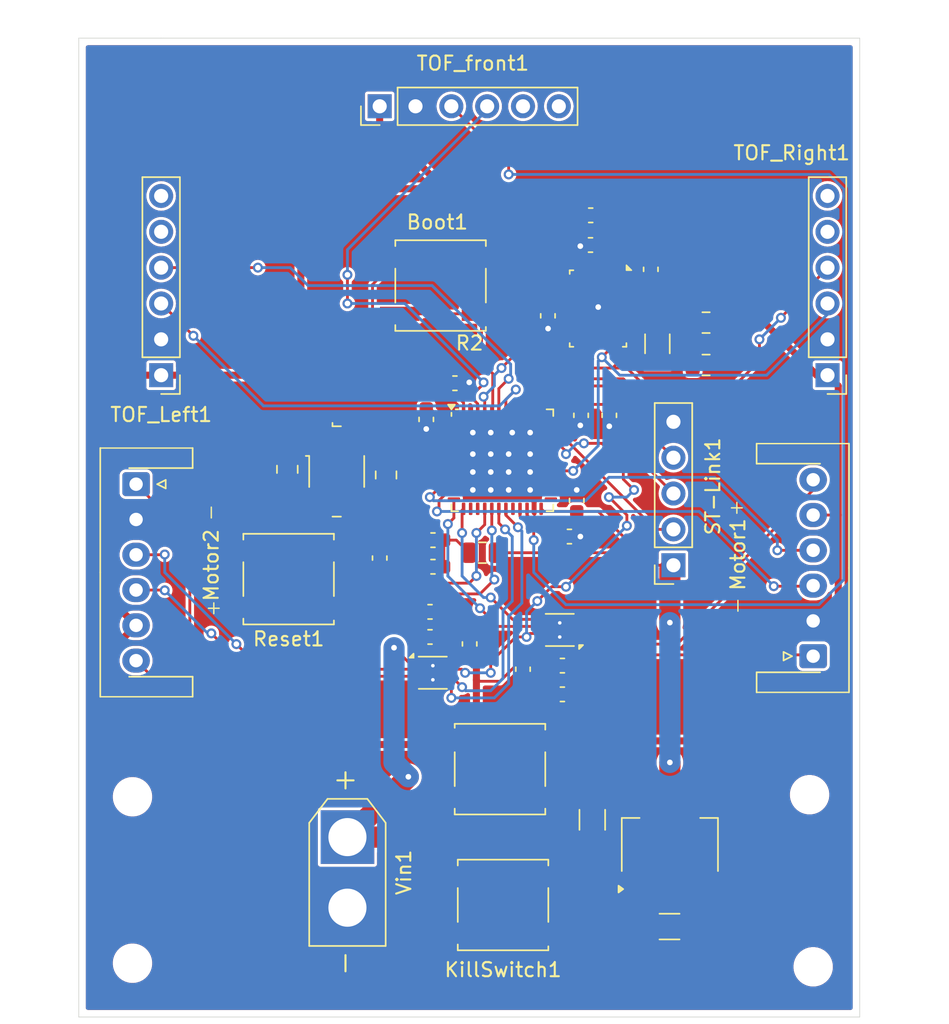
<source format=kicad_pcb>
(kicad_pcb (version 20240108) (generator "pcbnew") (generator_version "8.0")
  (layers (0 "F.Cu" signal) (31 "B.Cu" signal) (34 "B.Paste" user) (35 "F.Paste" user) (36 "B.SilkS" user "B.Silkscreen") (37 "F.SilkS" user "F.Silkscreen") (38 "B.Mask" user) (39 "F.Mask" user) (44 "Edge.Cuts" user))
  (net 0 "")
  (net 1 "+3.3V")
  (net 2 "Boot0")
  (net 3 "VDD")
  (net 4 "VDDA")
  (net 5 "Net-(U1-VCAP1)")
  (net 6 "/NRST")
  (net 7 "OSC_IN")
  (net 8 "Net-(C11-Pad1)")
  (net 9 "Net-(U2-XOUT32)")
  (net 10 "Net-(U2-XIN32)")
  (net 11 "Net-(U2-CAP)")
  (net 12 "Vcc")
  (net 13 "Net-(KillSwitch1-B)")
  (net 14 "Net-(Motor1-Pin_6)")
  (net 15 "Encoder1A")
  (net 16 "Net-(Motor1-Pin_1)")
  (net 17 "Encoder1B")
  (net 18 "Net-(Motor2-Pin_6)")
  (net 19 "Encoder2B")
  (net 20 "Net-(Motor2-Pin_1)")
  (net 21 "Encoder2A")
  (net 22 "Motor2A")
  (net 23 "Sleep_Motor_En")
  (net 24 "Motor2B")
  (net 25 "Motor1A")
  (net 26 "Motor1B")
  (net 27 "OSC_OUT")
  (net 28 "Net-(U2-~{BOOT_LOAD_PIN})")
  (net 29 "PB3")
  (net 30 "SWDIO")
  (net 31 "SCLK")
  (net 33 "SCL_front")
  (net 35 "SDA_front")
  (net 36 "SCL_Left")
  (net 39 "SDA_Left")
  (net 42 "BNO_SCL")
  (net 43 "BNO_SDA")
  (net 54 "BNO_ADD_Sel")
  (net 72 "GND")
  (footprint "MountingHole:MountingHole_2.2mm_M2" (layer "F.Cu") (at 166.878 116.332)
    (property "Reference" "H2" (hide yes))
    (property "Value" "MountingHole")
  )
  (footprint "Capacitor_SMD:C_0603_1608Metric" (layer "F.Cu") (at 155.366 66.9225 90)
    (property "Reference" "C14" (hide yes))
    (property "Value" "100nF")
  )
  (footprint "Connector_AMASS:AMASS_XT30U-F_1x02_P5.0mm_Vertical" (layer "F.Cu") (at 133.858 107.144 -90)
    (property "Reference" "Vin1")
    (property "Value" "Screw_Terminal_01x02")
  )
  (footprint "Package_SON:WSON-8-1EP_2x2mm_P0.5mm_EP0.9x1.6mm_ThermalVias" (layer "F.Cu") (at 148.91 92.468 180)
    (property "Reference" "Motor_Right1" (hide yes))
    (property "Value" "DRV8212P")
  )
  (footprint "Capacitor_SMD:C_0603_1608Metric" (layer "F.Cu") (at 142.52 93.459 -90)
    (property "Reference" "C21" (hide yes))
    (property "Value" "1uF")
  )
  (footprint "Connector_PinSocket_2.54mm:PinSocket_1x05_P2.54mm_Vertical" (layer "F.Cu") (at 156.972 87.884 180)
    (property "Reference" "ST-Link1")
    (property "Value" "Conn_01x05_Pin")
  )
  (footprint "Package_LGA:LGA-28_5.2x3.8mm_P0.5mm" (layer "F.Cu") (at 151.626 69.6975 -90)
    (property "Reference" "U2" (hide yes))
    (property "Value" "BNO055")
  )
  (footprint "Resistor_SMD:R_01005_0402Metric" (layer "F.Cu") (at 136.871 84.04 180)
    (property "Reference" "R3" (hide yes))
    (property "Value" "R_US")
  )
  (footprint "Connector_JST:JST_XH_S6B-XH-A-1_1x06_P2.50mm_Horizontal" (layer "F.Cu") (at 118.872 82.142 -90)
    (property "Reference" "Motor2")
    (property "Value" "Conn_01x06_Pin")
  )
  (footprint "Package_SON:WSON-8-1EP_2x2mm_P0.5mm_EP0.9x1.6mm_ThermalVias" (layer "F.Cu") (at 139.914 95.5)
    (property "Reference" "Motor_Left1" (hide yes))
    (property "Value" "DRV8212P")
  )
  (footprint "Connector_JST:JST_XH_S6B-XH-A-1_1x06_P2.50mm_Horizontal" (layer "F.Cu") (at 166.878 94.328 90)
    (property "Reference" "Motor1")
    (property "Value" "Conn_01x06_Pin")
  )
  (footprint "Capacitor_SMD:C_0603_1608Metric" (layer "F.Cu") (at 146.304 95.25 90)
    (property "Reference" "C20" (hide yes))
    (property "Value" "1uF")
  )
  (footprint "Connector_PinHeader_2.54mm:PinHeader_1x06_P2.54mm_Vertical" (layer "F.Cu") (at 120.65 74.422 180)
    (property "Reference" "TOF_Left1")
    (property "Value" "Conn_01x06_Socket")
  )
  (footprint "Resistor_SMD:R_01005_0402Metric" (layer "F.Cu") (at 142.515 73.152)
    (property "Reference" "R2")
    (property "Value" "R_US")
  )
  (footprint "Capacitor_SMD:C_0603_1608Metric" (layer "F.Cu") (at 152.422 77.265 -90)
    (property "Reference" "C6" (hide yes))
    (property "Value" "100nF")
  )
  (footprint "Capacitor_SMD:C_0805_2012Metric" (layer "F.Cu") (at 129.596 81.09 90)
    (property "Reference" "C10" (hide yes))
    (property "Value" "30pF")
  )
  (footprint "Capacitor_SMD:C_0603_1608Metric" (layer "F.Cu") (at 139.713 91.186)
    (property "Reference" "C23" (hide yes))
    (property "Value" "10uF")
  )
  (footprint "Capacitor_SMD:C_0805_2012Metric" (layer "F.Cu") (at 159.285 70.6975)
    (property "Reference" "C13" (hide yes))
    (property "Value" "22pF")
  )
  (footprint "Capacitor_SMD:C_0603_1608Metric" (layer "F.Cu") (at 150.422 77.265 -90)
    (property "Reference" "C2" (hide yes))
    (property "Value" "100nF")
  )
  (footprint "Package_DFN_QFN:QFN-48-1EP_7x7mm_P0.5mm_EP5.6x5.6mm" (layer "F.Cu") (at 144.842 80.45)
    (property "Reference" "U1" (hide yes))
    (property "Value" "STM32F411CEUx" (hide yes))
  )
  (footprint "Capacitor_SMD:C_0603_1608Metric" (layer "F.Cu") (at 148.07 70.2145 -90)
    (property "Reference" "C16" (hide yes))
    (property "Value" "1uF")
  )
  (footprint "Capacitor_SMD:C_0603_1608Metric" (layer "F.Cu") (at 139.922 87.99 180)
    (property "Reference" "C5" (hide yes))
    (property "Value" "1uF")
  )
  (footprint "Capacitor_SMD:C_0805_2012Metric" (layer "F.Cu") (at 143.422 86.998 180)
    (property "Reference" "FB1" (hide yes))
    (property "Value" "FerriteBead")
  )
  (footprint "Capacitor_SMD:C_0805_2012Metric" (layer "F.Cu") (at 136.596 81.49 90)
    (property "Reference" "C11" (hide yes))
    (property "Value" "30pF")
  )
  (footprint "Capacitor_SMD:C_0603_1608Metric" (layer "F.Cu") (at 139.446 77.555 -90)
    (property "Reference" "C4" (hide yes))
    (property "Value" "100nF")
  )
  (footprint "Button_Switch_SMD:SW_Push_1P1T_NO_CK_KSC6xxJ" (layer "F.Cu") (at 140.462 68.072)
    (property "Reference" "Boot1")
    (property "Value" "SW_Push")
  )
  (footprint "Capacitor_SMD:C_0805_2012Metric" (layer "F.Cu") (at 159.285 73.6975)
    (property "Reference" "C12" (hide yes))
    (property "Value" "22pF")
  )
  (footprint "Capacitor_SMD:C_0603_1608Metric" (layer "F.Cu") (at 136.144 87.376 90)
    (property "Reference" "C9" (hide yes))
    (property "Value" "0.1uF")
  )
  (footprint "Capacitor_SMD:C_0603_1608Metric" (layer "F.Cu") (at 149.098 94.996 180)
    (property "Reference" "C19" (hide yes))
    (property "Value" "10uF")
  )
  (footprint "Capacitor_SMD:C_1206_3216Metric" (layer "F.Cu") (at 151.218 105.918 -90)
    (property "Reference" "C25" (hide yes))
    (property "Value" "10uF")
  )
  (footprint "Connector_PinHeader_2.54mm:PinHeader_1x06_P2.54mm_Vertical" (layer "F.Cu") (at 167.894 74.422 180)
    (property "Reference" "TOF_Right1")
    (property "Value" "Conn_01x06_Socket")
  )
  (footprint "Connector_PinHeader_2.54mm:PinHeader_1x06_P2.54mm_Vertical" (layer "F.Cu") (at 136.144 55.372 90)
    (property "Reference" "TOF_front1")
    (property "Value" "Conn_01x06_Socket")
  )
  (footprint "Capacitor_SMD:C_0603_1608Metric" (layer "F.Cu") (at 141.478 74.99)
    (property "Reference" "C3" (hide yes))
    (property "Value" "100nF")
  )
  (footprint "Capacitor_SMD:C_1206_3216Metric" (layer "F.Cu") (at 156.693 113.482 180)
    (property "Reference" "C24" (hide yes))
    (property "Value" "10uF")
  )
  (footprint "MountingHole:MountingHole_2.2mm_M2" (layer "F.Cu") (at 118.618 104.286)
    (property "Reference" "H3" (hide yes))
    (property "Value" "MountingHole")
  )
  (footprint "Capacitor_SMD:C_0603_1608Metric" (layer "F.Cu") (at 149.596386 85.852)
    (property "Reference" "C8" (hide yes))
    (property "Value" "4.7uF")
  )
  (footprint "Capacitor_SMD:C_0603_1608Metric" (layer "F.Cu") (at 139.713 92.964 180)
    (property "Reference" "C22" (hide yes))
    (property "Value" "1uF")
  )
  (footprint "Capacitor_SMD:C_0603_1608Metric" (layer "F.Cu") (at 150.114 83.299 90)
    (property "Reference" "C1" (hide yes))
    (property "Value" "10uF")
  )
  (footprint "Capacitor_SMD:C_0603_1608Metric" (layer "F.Cu") (at 139.922 86.106 180)
    (property "Reference" "C7" (hide yes))
    (property "Value" "100nF")
  )
  (footprint "Capacitor_SMD:C_0603_1608Metric" (layer "F.Cu") (at 149.098 97.028)
    (property "Reference" "C18" (hide yes))
    (property "Value" "1uF")
  )
  (footprint "Crystal:Crystal_SMD_3215-2Pin_3.2x1.5mm" (layer "F.Cu") (at 155.835 72.1975 90)
    (property "Reference" "Y2" (hide yes))
    (property "Value" "32KHz")
  )
  (footprint "Package_TO_SOT_SMD:SOT-223-3_TabPin2" (layer "F.Cu") (at 156.718 107.696 90)
    (property "Reference" "U3" (hide yes))
    (property "Value" "AMS1117-3.3")
  )
  (footprint "Capacitor_SMD:C_0603_1608Metric" (layer "F.Cu") (at 151.091 65.1975)
    (property "Reference" "C15" (hide yes))
    (property "Value" "120nF")
  )
  (footprint "Capacitor_SMD:C_0603_1608Metric" (layer "F.Cu") (at 151.105 63.0935)
    (property "Reference" "C17" (hide yes))
    (property "Value" "6.8nF")
  )
  (footprint "Button_Switch_SMD:SW_Push_1P1T_NO_CK_KSC7xxJ" (layer "F.Cu") (at 144.674 102.33 180)
    (property "Reference" "Sensor_Switch1" (hide yes))
    (property "Value" "SW_SPST")
  )
  (footprint "MountingHole:MountingHole_2.2mm_M2" (layer "F.Cu") (at 166.624 104.14)
    (property "Reference" "H4" (hide yes))
    (property "Value" "MountingHole")
  )
  (footprint "Button_Switch_SMD:SW_Push_1P1T_NO_CK_KSC6xxJ" (layer "F.Cu") (at 129.688 88.868)
    (property "Reference" "Reset1")
    (property "Value" "SW_Push")
  )
  (footprint "Button_Switch_SMD:SW_Push_1P1T_NO_CK_KSC7xxJ" (layer "F.Cu") (at 144.89 111.952)
    (property "Reference" "KillSwitch1")
    (property "Value" "SW_SPST")
  )
  (footprint "MountingHole:MountingHole_2.2mm_M2" (layer "F.Cu") (at 118.618 116.078)
    (property "Reference" "H1" (hide yes))
    (property "Value" "MountingHole")
  )
  (footprint "Crystal:Crystal_SMD_0603-4Pin_6.0x3.5mm" (layer "F.Cu") (at 133.096 81.24 -90)
    (property "Reference" "Y1" (hide yes))
    (property "Value" "25Mhz")
  )
  (footprint "Resistor_SMD:R_01005_0402Metric" (layer "F.Cu") (at 148.578 65.9095 90)
    (property "Reference" "R4" (hide yes))
    (property "Value" "10k")
  )
  (gr_line (start 170.18 119.888) (end 114.808 119.888) (stroke (width 0.05)) (layer "Edge.Cuts"))
  (gr_line (start 170.18 50.546) (end 170.18 119.888) (stroke (width 0.05)) (layer "Edge.Cuts"))
  (gr_line (start 120.65 50.546) (end 170.18 50.546) (stroke (width 0.05)) (layer "Edge.Cuts"))
  (gr_line (start 114.808 50.546) (end 120.65 50.546) (stroke (width 0.05)) (layer "Edge.Cuts"))
  (gr_line (start 114.808 119.888) (end 114.808 50.546) (stroke (width 0.05)) (layer "Edge.Cuts"))
  (gr_text "+\n" (at 160.782 84.328 0) (layer "F.SilkS") (effects (font (size 1 1) (thickness 0.1)) (justify left bottom)))
  (gr_text "+\n" (at 123.698 91.44 0) (layer "F.SilkS") (effects (font (size 1 1) (thickness 0.1)) (justify left bottom)))
  (gr_text "-\n" (at 124.714 84.836 90) (layer "F.SilkS") (effects (font (size 1 1) (thickness 0.1)) (justify left bottom)))
  (gr_text "-\n" (at 162.052 91.44 90) (layer "F.SilkS") (effects (font (size 1 1) (thickness 0.1)) (justify left bottom)))
  (segment (start 151.866 63.1975) (end 151.866 65.1975) (width 0.2) (layer "F.Cu") (net 1))
  (segment (start 167.894 74.422) (end 168.656 75.184) (width 0.5) (layer "F.Cu") (net 1))
  (segment (start 141.774 100.33) (end 144.78 100.33) (width 0.5) (layer "F.Cu") (net 1))
  (segment (start 148.578 65.6595) (end 148.578 61.48) (width 0.2) (layer "F.Cu") (net 1))
  (segment (start 168.656 84.328) (end 168.656 97.028) (width 0.5) (layer "F.Cu") (net 1))
  (segment (start 116.332 89.602) (end 118.872 92.142) (width 0.5) (layer "F.Cu") (net 1))
  (segment (start 151.866 65.1975) (end 151.866 67.3) (width 0.2) (layer "F.Cu") (net 1))
  (segment (start 141.52 100.584) (end 119.38 100.584) (width 0.5) (layer "F.Cu") (net 1))
  (segment (start 116.332 76.454) (end 116.332 89.602) (width 0.5) (layer "F.Cu") (net 1))
  (segment (start 144.675 96.104) (end 143.094 96.104) (width 0.2) (layer "F.Cu") (net 1))
  (segment (start 140.864 94.75) (end 141.126 94.488) (width 0.2) (layer "F.Cu") (net 1))
  (segment (start 158.8575 66.1475) (end 167.132 74.422) (width 0.5) (layer "F.Cu") (net 1))
  (segment (start 167.132 74.422) (end 167.894 74.422) (width 0.5) (layer "F.Cu") (net 1))
  (segment (start 116.84 98.044) (end 116.84 94.174) (width 0.5) (layer "F.Cu") (net 1))
  (segment (start 130.556 70.612) (end 130.556 62.992) (width 0.5) (layer "F.Cu") (net 1))
  (segment (start 120.65 74.422) (end 126.746 74.422) (width 0.5) (layer "F.Cu") (net 1))
  (segment (start 142.266 94.488) (end 142.52 94.234) (width 0.2) (layer "F.Cu") (net 1))
  (segment (start 116.84 94.174) (end 118.872 92.142) (width 0.5) (layer "F.Cu") (net 1))
  (segment (start 155.366 66.1475) (end 158.8575 66.1475) (width 0.5) (layer "F.Cu") (net 1))
  (segment (start 130.556 62.992) (end 132.334 61.214) (width 0.5) (layer "F.Cu") (net 1))
  (segment (start 152.792 63.1975) (end 151.866 63.1975) (width 0.5) (layer "F.Cu") (net 1))
  (segment (start 118.364 74.422) (end 116.332 76.454) (width 0.5) (layer "F.Cu") (net 1))
  (segment (start 153.2885 67.9475) (end 153.853 67.9475) (width 0.2) (layer "F.Cu") (net 1))
  (segment (start 168.656 97.028) (end 165.354 100.33) (width 0.5) (layer "F.Cu") (net 1))
  (segment (start 136.144 56.642) (end 140.716 61.214) (width 0.5) (layer "F.Cu") (net 1))
  (segment (start 150.368 61.214) (end 151.88 62.726) (width 0.5) (layer "F.Cu") (net 1))
  (segment (start 145.629 100.243) (end 145.542 100.33) (width 0.2) (layer "F.Cu") (net 1))
  (segment (start 155.366 65.7715) (end 152.792 63.1975) (width 0.5) (layer "F.Cu") (net 1))
  (segment (start 143.002 99.102) (end 141.774 100.33) (width 0.5) (layer "F.Cu") (net 1))
  (segment (start 168.656 75.184) (end 168.656 84.328) (width 0.5) (layer "F.Cu") (net 1))
  (segment (start 153.853 67.9475) (end 155.366 66.4345) (width 0.2) (layer "F.Cu") (net 1))
  (segment (start 145.542 100.33) (end 147.574 100.33) (width 0.5) (layer "F.Cu") (net 1))
  (segment (start 155.366 66.4345) (end 155.366 66.1475) (width 0.2) (layer "F.Cu") (net 1))
  (segment (start 136.144 55.372) (end 136.144 56.642) (width 0.5) (layer "F.Cu") (net 1))
  (segment (start 144.78 100.33) (end 145.542 100.33) (width 0.5) (layer "F.Cu") (net 1))
  (segment (start 120.65 74.422) (end 118.364 74.422) (width 0.5) (layer "F.Cu") (net 1))
  (segment (start 166.878 84.328) (end 168.656 84.328) (width 0.2) (layer "F.Cu") (net 1))
  (segment (start 146.703 94.475) (end 147.96 93.218) (width 0.2) (layer "F.Cu") (net 1))
  (segment (start 143.094 96.104) (end 143.002 96.012) (width 0.2) (layer "F.Cu") (net 1))
  (segment (start 146.304 94.475) (end 146.703 94.475) (width 0.2) (layer "F.Cu") (net 1))
  (segment (start 141.774 100.33) (end 141.52 100.584) (width 0.5) (layer "F.Cu") (net 1))
  (segment (start 119.38 100.584) (end 116.84 98.044) (width 0.5) (layer "F.Cu") (net 1))
  (segment (start 143.002 96.012) (end 143.002 99.102) (width 0.5) (layer "F.Cu") (net 1))
  (segment (start 151.88 62.726) (end 151.88 63.0935) (width 0.5) (layer "F.Cu") (net 1))
  (segment (start 148.578 61.48) (end 148.844 61.214) (width 0.2) (layer "F.Cu") (net 1))
  (segment (start 143.002 94.716) (end 143.002 96.012) (width 0.5) (layer "F.Cu") (net 1))
  (segment (start 148.844 61.214) (end 150.368 61.214) (width 0.5) (layer "F.Cu") (net 1))
  (segment (start 165.354 100.33) (end 147.574 100.33) (width 0.5) (layer "F.Cu") (net 1))
  (segment (start 146.304 94.475) (end 144.675 96.104) (width 0.2) (layer "F.Cu") (net 1))
  (segment (start 126.746 74.422) (end 130.556 70.612) (width 0.5) (layer "F.Cu") (net 1))
  (segment (start 151.866 67.3) (end 151.876 67.31) (width 0.2) (layer "F.Cu") (net 1))
  (segment (start 141.126 94.488) (end 142.266 94.488) (width 0.2) (layer "F.Cu") (net 1))
  (segment (start 142.52 94.234) (end 143.002 94.716) (width 0.5) (layer "F.Cu") (net 1))
  (segment (start 132.334 61.214) (end 148.844 61.214) (width 0.5) (layer "F.Cu") (net 1))
  (segment (start 143.362 73.152) (end 143.362 70.072) (width 0.2) (layer "F.Cu") (net 2))
  (segment (start 144.16 76.9445) (end 144.16 74.31) (width 0.2) (layer "F.Cu") (net 2))
  (segment (start 142.765 73.152) (end 143.362 73.152) (width 0.2) (layer "F.Cu") (net 2))
  (segment (start 144.092 77.0125) (end 144.16 76.9445) (width 0.2) (layer "F.Cu") (net 2))
  (segment (start 137.562 70.072) (end 143.362 70.072) (width 0.2) (layer "F.Cu") (net 2))
  (segment (start 143.362 73.512) (end 143.362 73.152) (width 0.2) (layer "F.Cu") (net 2))
  (segment (start 144.16 74.31) (end 143.362 73.512) (width 0.2) (layer "F.Cu") (net 2))
  (segment (start 142.092 77.0125) (end 142.092 76.379) (width 0.2) (layer "F.Cu") (net 3))
  (segment (start 156.718 104.546) (end 156.718 101.854) (width 1.5) (layer "F.Cu") (net 3))
  (segment (start 140.632 77.7) (end 141.4045 77.7) (width 0.2) (layer "F.Cu") (net 3))
  (segment (start 151.218 104.443) (end 147.687 104.443) (width 1.5) (layer "F.Cu") (net 3))
  (segment (start 144.372 86.998) (end 154.556 86.998) (width 0.2) (layer "F.Cu") (net 3))
  (segment (start 156.718 104.546) (end 151.321 104.546) (width 1.5) (layer "F.Cu") (net 3))
  (segment (start 147.574 104.33) (end 141.774 104.33) (width 1.5) (layer "F.Cu") (net 3))
  (segment (start 149.212 77.7) (end 150.422 76.49) (width 0.2) (layer "F.Cu") (net 3))
  (segment (start 156.718 88.138) (end 156.972 87.884) (width 1.5) (layer "F.Cu") (net 3))
  (segment (start 150.114 84.074) (end 147.7785 84.074) (width 0.2) (layer "F.Cu") (net 3))
  (segment (start 147.687 104.443) (end 147.574 104.33) (width 1.5) (layer "F.Cu") (net 3))
  (segment (start 155.448 87.884) (end 156.972 87.884) (width 0.2) (layer "F.Cu") (net 3))
  (segment (start 151.638 84.074) (end 150.114 84.074) (width 0.2) (layer "F.Cu") (net 3))
  (segment (start 151.638 84.074) (end 153.289 85.725) (width 0.2) (layer "F.Cu") (net 3))
  (segment (start 151.321 104.546) (end 151.218 104.443) (width 1.5) (layer "F.Cu") (net 3))
  (segment (start 156.718 91.948) (end 156.718 88.138) (width 1.5) (layer "F.Cu") (net 3))
  (segment (start 139.712 76.78) (end 140.632 77.7) (width 0.2) (layer "F.Cu") (net 3))
  (segment (start 143.362 66.072) (end 137.562 66.072) (width 0.2) (layer "F.Cu") (net 3))
  (segment (start 135.636 72.136) (end 135.636 67.998) (width 0.2) (layer "F.Cu") (net 3))
  (segment (start 153.289 85.725) (end 155.448 87.884) (width 0.2) (layer "F.Cu") (net 3))
  (segment (start 156.718 101.854) (end 156.718 102.108) (width 1.5) (layer "F.Cu") (net 3))
  (segment (start 152.422 76.49) (end 150.422 76.49) (width 0.2) (layer "F.Cu") (net 3))
  (segment (start 156.718 104.546) (end 156.718 110.846) (width 1.5) (layer "F.Cu") (net 3))
  (segment (start 148.2795 77.7) (end 149.212 77.7) (width 0.2) (layer "F.Cu") (net 3))
  (segment (start 142.092 76.379) (end 140.703 74.99) (width 0.2) (layer "F.Cu") (net 3))
  (segment (start 147.7785 84.074) (end 147.592 83.8875) (width 0.2) (layer "F.Cu") (net 3))
  (segment (start 141.4045 77.7) (end 142.092 77.0125) (width 0.2) (layer "F.Cu") (net 3))
  (segment (start 138.49 74.99) (end 135.636 72.136) (width 0.2) (layer "F.Cu") (net 3))
  (segment (start 154.556 86.998) (end 154.559 86.995) (width 0.2) (layer "F.Cu") (net 3))
  (segment (start 140.703 74.99) (end 138.49 74.99) (width 0.2) (layer "F.Cu") (net 3))
  (segment (start 135.636 67.998) (end 137.562 66.072) (width 0.2) (layer "F.Cu") (net 3))
  (via (at 156.718 101.854) (size 0.7) (drill 0.4) (layers "F.Cu" "B.Cu") (net 3))
  (via (at 156.718 91.948) (size 0.7) (drill 0.4) (layers "F.Cu" "B.Cu") (net 3))
  (segment (start 156.718 101.854) (end 156.718 91.948) (width 1.5) (layer "B.Cu") (net 3))
  (segment (start 141.4045 81.7) (end 140.138761 81.7) (width 0.2) (layer "F.Cu") (net 4))
  (segment (start 140.138761 81.7) (end 138.938 82.900761) (width 0.2) (layer "F.Cu") (net 4))
  (segment (start 141.58 86.106) (end 142.472 86.998) (width 0.2) (layer "F.Cu") (net 4))
  (segment (start 140.697 85.99) (end 140.697 87.99) (width 0.2) (layer "F.Cu") (net 4))
  (segment (start 138.938 84.347) (end 140.697 86.106) (width 0.2) (layer "F.Cu") (net 4))
  (segment (start 138.938 82.900761) (end 138.938 84.347) (width 0.2) (layer "F.Cu") (net 4))
  (segment (start 140.697 86.106) (end 140.697 85.99) (width 0.2) (layer "F.Cu") (net 4))
  (segment (start 140.697 86.106) (end 141.58 86.106) (width 0.2) (layer "F.Cu") (net 4))
  (segment (start 148.59 85.852) (end 148.844 85.852) (width 0.2) (layer "F.Cu") (net 5))
  (segment (start 148.844 85.852) (end 148.821386 85.852) (width 0.2) (layer "F.Cu") (net 5))
  (segment (start 146.592 83.8875) (end 146.592 84.339385) (width 0.2) (layer "F.Cu") (net 5))
  (segment (start 146.592 84.339385) (end 148.104615 85.852) (width 0.2) (layer "F.Cu") (net 5))
  (segment (start 148.104615 85.852) (end 148.821386 85.852) (width 0.2) (layer "F.Cu") (net 5))
  (segment (start 138.43 82.368) (end 140.098 80.7) (width 0.2) (layer "F.Cu") (net 6))
  (segment (start 137.668 85.744) (end 138.43 84.982) (width 0.2) (layer "F.Cu") (net 6))
  (segment (start 132.588 90.868) (end 126.788 90.868) (width 0.2) (layer "F.Cu") (net 6))
  (segment (start 140.098 80.7) (end 141.4045 80.7) (width 0.2) (layer "F.Cu") (net 6))
  (segment (start 135.305 88.151) (end 136.144 88.151) (width 0.2) (layer "F.Cu") (net 6))
  (segment (start 136.144 88.151) (end 137.668 86.627) (width 0.2) (layer "F.Cu") (net 6))
  (segment (start 132.588 90.868) (end 135.305 88.151) (width 0.2) (layer "F.Cu") (net 6))
  (segment (start 137.668 86.627) (end 137.668 85.744) (width 0.2) (layer "F.Cu") (net 6))
  (segment (start 138.43 84.982) (end 138.43 82.368) (width 0.2) (layer "F.Cu") (net 6))
  (segment (start 137.866 79.7) (end 141.4045 79.7) (width 0.2) (layer "F.Cu") (net 7))
  (segment (start 131.896 79.04) (end 130.696 79.04) (width 0.2) (layer "F.Cu") (net 7))
  (segment (start 133.396 77.54) (end 135.706 77.54) (width 0.2) (layer "F.Cu") (net 7))
  (segment (start 130.696 79.04) (end 129.596 80.14) (width 0.2) (layer "F.Cu") (net 7))
  (segment (start 131.896 79.04) (end 133.396 77.54) (width 0.2) (layer "F.Cu") (net 7))
  (segment (start 135.706 77.54) (end 137.866 79.7) (width 0.2) (layer "F.Cu") (net 7))
  (segment (start 131.396 78.54) (end 131.896 79.04) (width 0.2) (layer "F.Cu") (net 7))
  (segment (start 136.621 84.04) (end 134.896 84.04) (width 0.2) (layer "F.Cu") (net 8))
  (segment (start 135.596 83.44) (end 136.596 82.44) (width 0.2) (layer "F.Cu") (net 8))
  (segment (start 134.896 84.04) (end 134.296 83.44) (width 0.2) (layer "F.Cu") (net 8))
  (segment (start 134.296 83.44) (end 135.596 83.44) (width 0.2) (layer "F.Cu") (net 8))
  (segment (start 136.996 82.04) (end 136.596 82.44) (width 0.2) (layer "F.Cu") (net 8))
  (segment (start 154.335 69.4295) (end 153.853 68.9475) (width 0.2) (layer "F.Cu") (net 9))
  (segment (start 154.335 71.9475) (end 154.335 69.4295) (width 0.2) (layer "F.Cu") (net 9))
  (segment (start 154.335 71.9475) (end 155.835 73.4475) (width 0.2) (layer "F.Cu") (net 9))
  (segment (start 153.2885 68.9475) (end 153.853 68.9475) (width 0.2) (layer "F.Cu") (net 9))
  (segment (start 157.577 73.1935) (end 157.827 73.4435) (width 0.2) (layer "F.Cu") (net 9))
  (segment (start 155.327 73.1935) (end 157.577 73.1935) (width 0.2) (layer "F.Cu") (net 9))
  (segment (start 158.085 70.9475) (end 158.335 70.6975) (width 0.2) (layer "F.Cu") (net 10))
  (segment (start 153.2885 68.4475) (end 154.2345 68.4475) (width 0.2) (layer "F.Cu") (net 10))
  (segment (start 154.2345 68.4475) (end 155.835 70.048) (width 0.2) (layer "F.Cu") (net 10))
  (segment (start 155.835 70.048) (end 155.835 70.9475) (width 0.2) (layer "F.Cu") (net 10))
  (segment (start 155.835 70.9475) (end 158.085 70.9475) (width 0.2) (layer "F.Cu") (net 10))
  (segment (start 155.2035 70.9475) (end 155.835 70.9475) (width 0.2) (layer "F.Cu") (net 10))
  (segment (start 149.9635 68.9475) (end 148.562 68.9475) (width 0.2) (layer "F.Cu") (net 11))
  (segment (start 148.562 68.9475) (end 148.07 69.4395) (width 0.2) (layer "F.Cu") (net 11))
  (segment (start 138.964 92.99) (end 138.938 92.964) (width 0.2) (layer "F.Cu") (net 12))
  (segment (start 149.873 94.996) (end 149.873 97.028) (width 0.2) (layer "F.Cu") (net 12))
  (segment (start 149.873 93.231) (end 149.86 93.218) (width 0.2) (layer "F.Cu") (net 12))
  (segment (start 133.858 107.144) (end 133.902 107.144) (width 1.5) (layer "F.Cu") (net 12))
  (segment (start 133.902 107.144) (end 138.176 102.87) (width 1.5) (layer "F.Cu") (net 12))
  (segment (start 141.99 109.952) (end 141.99 108.052) (width 1.5) (layer "F.Cu") (net 12))
  (segment (start 141.082 107.144) (end 133.858 107.144) (width 1.5) (layer "F.Cu") (net 12))
  (segment (start 138.964 94.75) (end 138.964 92.99) (width 0.2) (layer "F.Cu") (net 12))
  (segment (start 138.184 94.75) (end 137.16 93.726) (width 0.2) (layer "F.Cu") (net 12))
  (segment (start 149.873 94.996) (end 149.873 93.231) (width 0.2) (layer "F.Cu") (net 12))
  (segment (start 141.99 108.052) (end 141.082 107.144) (width 1.5) (layer "F.Cu") (net 12))
  (segment (start 138.938 91.186) (end 138.938 92.964) (width 0.2) (layer "F.Cu") (net 12))
  (segment (start 138.964 94.75) (end 138.184 94.75) (width 0.2) (layer "F.Cu") (net 12))
  (segment (start 147.79 109.952) (end 141.99 109.952) (width 1.5) (layer "F.Cu") (net 12))
  (via (at 138.176 102.87) (size 0.7) (drill 0.4) (layers "F.Cu" "B.Cu") (net 12))
  (via (at 137.16 93.726) (size 0.7) (drill 0.4) (layers "F.Cu" "B.Cu") (net 12))
  (segment (start 138.176 102.87) (end 137.16 101.854) (width 1.5) (layer "B.Cu") (net 12))
  (segment (start 137.16 101.854) (end 137.16 93.726) (width 1.5) (layer "B.Cu") (net 12))
  (segment (start 159.018 110.846) (end 159.018 112.632) (width 1.5) (layer "F.Cu") (net 13))
  (segment (start 159.018 112.632) (end 158.168 113.482) (width 1.5) (layer "F.Cu") (net 13))
  (segment (start 141.99 113.952) (end 147.79 113.952) (width 1.5) (layer "F.Cu") (net 13))
  (segment (start 156.08 115.57) (end 149.408 115.57) (width 1.5) (layer "F.Cu") (net 13))
  (segment (start 149.408 115.57) (end 147.79 113.952) (width 1.5) (layer "F.Cu") (net 13))
  (segment (start 158.168 113.482) (end 156.08 115.57) (width 1.5) (layer "F.Cu") (net 13))
  (segment (start 160.528 90.17) (end 160.528 88.9) (width 0.2) (layer "F.Cu") (net 14))
  (segment (start 166.878 82.55) (end 166.878 81.828) (width 0.2) (layer "F.Cu") (net 14))
  (segment (start 157.226 93.472) (end 160.528 90.17) (width 0.2) (layer "F.Cu") (net 14))
  (segment (start 151.444072 93.472) (end 157.226 93.472) (width 0.2) (layer "F.Cu") (net 14))
  (segment (start 149.86 92.218) (end 150.190072 92.218) (width 0.2) (layer "F.Cu") (net 14))
  (segment (start 160.528 88.9) (end 166.878 82.55) (width 0.2) (layer "F.Cu") (net 14))
  (segment (start 150.190072 92.218) (end 151.444072 93.472) (width 0.2) (layer "F.Cu") (net 14))
  (segment (start 140.558 82.2) (end 139.7 83.058) (width 0.2) (layer "F.Cu") (net 15))
  (segment (start 166.878 86.828) (end 164.338 86.828) (width 0.2) (layer "F.Cu") (net 15))
  (segment (start 141.4045 82.2) (end 140.558 82.2) (width 0.2) (layer "F.Cu") (net 15))
  (via (at 164.338 86.828) (size 0.7) (drill 0.4) (layers "F.Cu" "B.Cu") (net 15))
  (via (at 139.7 83.058) (size 0.7) (drill 0.4) (layers "F.Cu" "B.Cu") (net 15))
  (segment (start 152.4 81.654) (end 150.742 83.312) (width 0.2) (layer "B.Cu") (net 15))
  (segment (start 164.338 86.828) (end 164.338 86.106) (width 0.2) (layer "B.Cu") (net 15))
  (segment (start 150.742 83.312) (end 139.954 83.312) (width 0.2) (layer "B.Cu") (net 15))
  (segment (start 139.954 83.312) (end 139.7 83.058) (width 0.2) (layer "B.Cu") (net 15))
  (segment (start 164.338 86.106) (end 159.886 81.654) (width 0.2) (layer "B.Cu") (net 15))
  (segment (start 159.886 81.654) (end 152.4 81.654) (width 0.2) (layer "B.Cu") (net 15))
  (segment (start 150.124386 92.718) (end 149.86 92.718) (width 0.2) (layer "F.Cu") (net 16))
  (segment (start 166.784 94.234) (end 151.640386 94.234) (width 0.2) (layer "F.Cu") (net 16))
  (segment (start 166.878 94.328) (end 166.784 94.234) (width 0.2) (layer "F.Cu") (net 16))
  (segment (start 151.640386 94.234) (end 150.124386 92.718) (width 0.2) (layer "F.Cu") (net 16))
  (segment (start 141.4045 82.7) (end 140.952614 82.7) (width 0.2) (layer "F.Cu") (net 17))
  (segment (start 164.084 89.368) (end 164.124 89.328) (width 0.2) (layer "F.Cu") (net 17))
  (segment (start 166.838 89.368) (end 164.084 89.368) (width 0.2) (layer "F.Cu") (net 17))
  (segment (start 166.878 89.328) (end 166.838 89.368) (width 0.2) (layer "F.Cu") (net 17))
  (segment (start 140.35 83.932) (end 140.208 84.074) (width 0.2) (layer "F.Cu") (net 17))
  (segment (start 140.35 83.302614) (end 140.35 83.932) (width 0.2) (layer "F.Cu") (net 17))
  (segment (start 140.952614 82.7) (end 140.35 83.302614) (width 0.2) (layer "F.Cu") (net 17))
  (via (at 140.208 84.074) (size 0.7) (drill 0.4) (layers "F.Cu" "B.Cu") (net 17))
  (via (at 164.084 89.368) (size 0.7) (drill 0.4) (layers "F.Cu" "B.Cu") (net 17))
  (segment (start 164.084 89.368) (end 158.79 84.074) (width 0.2) (layer "B.Cu") (net 17))
  (segment (start 158.79 84.074) (end 140.208 84.074) (width 0.2) (layer "B.Cu") (net 17))
  (segment (start 119.98 95.75) (end 138.964 95.75) (width 0.2) (layer "F.Cu") (net 18))
  (segment (start 118.872 94.642) (end 119.98 95.75) (width 0.2) (layer "F.Cu") (net 18))
  (segment (start 138.938 89.916) (end 143.256 89.916) (width 0.2) (layer "F.Cu") (net 19))
  (segment (start 134.112 94.742) (end 138.938 89.916) (width 0.2) (layer "F.Cu") (net 19))
  (segment (start 126.238 94.742) (end 134.112 94.742) (width 0.2) (layer "F.Cu") (net 19))
  (segment (start 118.872 89.642) (end 120.63 89.642) (width 0.2) (layer "F.Cu") (net 19))
  (segment (start 143.256 89.916) (end 144.272 88.9) (width 0.2) (layer "F.Cu") (net 19))
  (segment (start 144.094624 85.420152) (end 144.092 85.417528) (width 0.2) (layer "F.Cu") (net 19))
  (segment (start 124.206 92.71) (end 124.079 92.583) (width 0.2) (layer "F.Cu") (net 19))
  (segment (start 144.092 85.417528) (end 144.092 83.8875) (width 0.2) (layer "F.Cu") (net 19))
  (segment (start 120.63 89.642) (end 120.904 89.662) (width 0.2) (layer "F.Cu") (net 19))
  (segment (start 120.904 89.662) (end 120.65 89.662) (width 0.2) (layer "F.Cu") (net 19))
  (segment (start 124.206 92.71) (end 126.238 94.742) (width 0.2) (layer "F.Cu") (net 19))
  (via (at 144.094624 85.420152) (size 0.7) (drill 0.4) (layers "F.Cu" "B.Cu") (net 19))
  (via (at 120.904 89.662) (size 0.7) (drill 0.4) (layers "F.Cu" "B.Cu") (net 19))
  (via (at 144.272 88.9) (size 0.7) (drill 0.4) (layers "F.Cu" "B.Cu") (net 19))
  (via (at 124.206 92.71) (size 0.7) (drill 0.4) (layers "F.Cu" "B.Cu") (net 19))
  (segment (start 144.094624 88.722624) (end 144.272 88.9) (width 0.2) (layer "B.Cu") (net 19))
  (segment (start 123.952 92.71) (end 124.206 92.71) (width 0.2) (layer "B.Cu") (net 19))
  (segment (start 120.904 89.662) (end 123.952 92.71) (width 0.2) (layer "B.Cu") (net 19))
  (segment (start 144.094624 85.420152) (end 144.094624 88.722624) (width 0.2) (layer "B.Cu") (net 19))
  (segment (start 124.968 95.25) (end 138.964 95.25) (width 0.2) (layer "F.Cu") (net 20))
  (segment (start 122.682 92.964) (end 124.968 95.25) (width 0.2) (layer "F.Cu") (net 20))
  (segment (start 122.682 85.952) (end 122.682 92.964) (width 0.2) (layer "F.Cu") (net 20))
  (segment (start 118.872 82.142) (end 122.682 85.952) (width 0.2) (layer "F.Cu") (net 20))
  (segment (start 125.984 93.472) (end 126.746 94.234) (width 0.2) (layer "F.Cu") (net 21))
  (segment (start 143.592 85.008) (end 143.002 85.598) (width 0.2) (layer "F.Cu") (net 21))
  (segment (start 143.592 84.5) (end 143.592 85.008) (width 0.2) (layer "F.Cu") (net 21))
  (segment (start 118.872 87.142) (end 120.63 87.142) (width 0.2) (layer "F.Cu") (net 21))
  (segment (start 126.746 94.234) (end 133.458 94.234) (width 0.2) (layer "F.Cu") (net 21))
  (segment (start 120.904 87.122) (end 120.65 87.122) (width 0.2) (layer "F.Cu") (net 21))
  (segment (start 143.592 83.8875) (end 143.592 84.5) (width 0.2) (layer "F.Cu") (net 21))
  (segment (start 133.458 94.234) (end 138.538 89.154) (width 0.2) (layer "F.Cu") (net 21))
  (segment (start 138.538 89.154) (end 142.494 89.154) (width 0.2) (layer "F.Cu") (net 21))
  (segment (start 120.63 87.142) (end 120.904 87.122) (width 0.2) (layer "F.Cu") (net 21))
  (segment (start 142.494 89.154) (end 143.002 88.646) (width 0.2) (layer "F.Cu") (net 21))
  (via (at 120.904 87.122) (size 0.7) (drill 0.4) (layers "F.Cu" "B.Cu") (net 21))
  (via (at 143.002 88.646) (size 0.7) (drill 0.4) (layers "F.Cu" "B.Cu") (net 21))
  (via (at 125.984 93.472) (size 0.7) (drill 0.4) (layers "F.Cu" "B.Cu") (net 21))
  (via (at 143.002 85.598) (size 0.7) (drill 0.4) (layers "F.Cu" "B.Cu") (net 21))
  (segment (start 143.002 85.598) (end 143.002 88.392) (width 0.2) (layer "B.Cu") (net 21))
  (segment (start 142.748 85.598) (end 143.002 85.598) (width 0.2) (layer "B.Cu") (net 21))
  (segment (start 120.904 88.392) (end 125.984 93.472) (width 0.2) (layer "B.Cu") (net 21))
  (segment (start 120.904 87.122) (end 120.904 88.392) (width 0.2) (layer "B.Cu") (net 21))
  (segment (start 141.986 96.52) (end 141.216 95.75) (width 0.2) (layer "F.Cu") (net 22))
  (segment (start 144.592 83.8875) (end 144.592 84.902) (width 0.2) (layer "F.Cu") (net 22))
  (segment (start 144.592 84.902) (end 145.034 85.344) (width 0.2) (layer "F.Cu") (net 22))
  (segment (start 141.216 95.75) (end 140.864 95.75) (width 0.2) (layer "F.Cu") (net 22))
  (via (at 145.034 85.344) (size 0.7) (drill 0.4) (layers "F.Cu" "B.Cu") (net 22))
  (via (at 141.986 96.52) (size 0.7) (drill 0.4) (layers "F.Cu" "B.Cu") (net 22))
  (segment (start 142.24 96.774) (end 141.986 96.52) (width 0.2) (layer "B.Cu") (net 22))
  (segment (start 145.542 90.424) (end 144.888 91.078) (width 0.2) (layer "B.Cu") (net 22))
  (segment (start 144.888 95.904) (end 144.018 96.774) (width 0.2) (layer "B.Cu") (net 22))
  (segment (start 144.888 91.078) (end 144.888 95.904) (width 0.2) (layer "B.Cu") (net 22))
  (segment (start 145.034 85.344) (end 145.542 85.852) (width 0.2) (layer "B.Cu") (net 22))
  (segment (start 144.018 96.774) (end 142.24 96.774) (width 0.2) (layer "B.Cu") (net 22))
  (segment (start 145.542 85.852) (end 145.542 90.424) (width 0.2) (layer "B.Cu") (net 22))
  (segment (start 148.2795 79.2) (end 148.731386 79.2) (width 0.2) (layer "F.Cu") (net 23))
  (segment (start 153.67 85.09) (end 153.67 84.836) (width 0.2) (layer "F.Cu") (net 23))
  (segment (start 151.892 79.248) (end 153.416 80.772) (width 0.2) (layer "F.Cu") (net 23))
  (segment (start 153.67 84.328) (end 153.67 85.09) (width 0.2) (layer "F.Cu") (net 23))
  (segment (start 146.558 92.964) (end 146.804 92.718) (width 0.2) (layer "F.Cu") (net 23))
  (segment (start 144.018 95.504) (end 144.018 94.742) (width 0.2) (layer "F.Cu") (net 23))
  (segment (start 145.796 92.964) (end 146.558 92.964) (width 0.2) (layer "F.Cu") (net 23))
  (segment (start 149.352 89.408) (end 148.336 89.408) (width 0.2) (layer "F.Cu") (net 23))
  (segment (start 141.948 95.25) (end 142.202 95.504) (width 0.2) (layer "F.Cu") (net 23))
  (segment (start 147.32 90.424) (end 147.447 90.297) (width 0.2) (layer "F.Cu") (net 23))
  (segment (start 148.336 89.408) (end 147.32 90.424) (width 0.2) (layer "F.Cu") (net 23))
  (segment (start 153.416 81.788) (end 154.178 82.55) (width 0.2) (layer "F.Cu") (net 23))
  (segment (start 152.4 83.058) (end 153.67 84.328) (width 0.2) (layer "F.Cu") (net 23))
  (segment (start 150.622 79.248) (end 151.892 79.248) (width 0.2) (layer "F.Cu") (net 23))
  (segment (start 148.731386 79.2) (end 149.352 79.820614) (width 0.2) (layer "F.Cu") (net 23))
  (segment (start 144.018 94.742) (end 145.796 92.964) (width 0.2) (layer "F.Cu") (net 23))
  (segment (start 146.804 92.718) (end 147.96 92.718) (width 0.2) (layer "F.Cu") (net 23))
  (segment (start 149.352 79.820614) (end 149.352 80.01) (width 0.2) (layer "F.Cu") (net 23))
  (segment (start 140.864 95.25) (end 141.948 95.25) (width 0.2) (layer "F.Cu") (net 23))
  (segment (start 153.416 80.772) (end 153.416 81.788) (width 0.2) (layer "F.Cu") (net 23))
  (via (at 150.622 79.248) (size 0.7) (drill 0.4) (layers "F.Cu" "B.Cu") (net 23))
  (via (at 153.67 85.09) (size 0.7) (drill 0.4) (layers "F.Cu" "B.Cu") (net 23))
  (via (at 149.352 80.01) (size 0.7) (drill 0.4) (layers "F.Cu" "B.Cu") (net 23))
  (via (at 154.178 82.55) (size 0.7) (drill 0.4) (layers "F.Cu" "B.Cu") (net 23))
  (via (at 147.32 90.424) (size 0.7) (drill 0.4) (layers "F.Cu" "B.Cu") (net 23))
  (via (at 144.018 95.504) (size 0.7) (drill 0.4) (layers "F.Cu" "B.Cu") (net 23))
  (via (at 142.202 95.504) (size 0.7) (drill 0.4) (layers "F.Cu" "B.Cu") (net 23))
  (via (at 149.352 89.408) (size 0.7) (drill 0.4) (layers "F.Cu" "B.Cu") (net 23))
  (via (at 146.558 92.964) (size 0.7) (drill 0.4) (layers "F.Cu" "B.Cu") (net 23))
  (via (at 152.4 83.058) (size 0.7) (drill 0.4) (layers "F.Cu" "B.Cu") (net 23))
  (segment (start 150.114 79.248) (end 150.622 79.248) (width 0.2) (layer "B.Cu") (net 23))
  (segment (start 147.32 90.424) (end 146.558 91.186) (width 0.2) (layer "B.Cu") (net 23))
  (segment (start 146.558 91.186) (end 146.558 92.964) (width 0.2) (layer "B.Cu") (net 23))
  (segment (start 154.178 82.55) (end 153.67 83.058) (width 0.2) (layer "B.Cu") (net 23))
  (segment (start 153.67 83.058) (end 152.4 83.058) (width 0.2) (layer "B.Cu") (net 23))
  (segment (start 153.67 85.09) (end 149.352 89.408) (width 0.2) (layer "B.Cu") (net 23))
  (segment (start 149.352 80.01) (end 150.114 79.248) (width 0.2) (layer "B.Cu") (net 23))
  (segment (start 144.018 95.504) (end 142.202 95.504) (width 0.2) (layer "B.Cu") (net 23))
  (segment (start 145.946307 85.193693) (end 145.092 84.339386) (width 0.2) (layer "F.Cu") (net 24))
  (segment (start 141.224 96.61) (end 140.864 96.25) (width 0.2) (layer "F.Cu") (net 24))
  (segment (start 145.842614 85.09) (end 145.842614 85.09) (width 0.2) (layer "F.Cu") (net 24))
  (segment (start 145.092 84.339386) (end 145.092 83.8875) (width 0.2) (layer "F.Cu") (net 24))
  (segment (start 141.224 97.282) (end 141.224 96.61) (width 0.2) (layer "F.Cu") (net 24))
  (via (at 141.224 97.282) (size 0.7) (drill 0.4) (layers "F.Cu" "B.Cu") (net 24))
  (via (at 145.946307 85.193693) (size 0.7) (drill 0.4) (layers "F.Cu" "B.Cu") (net 24))
  (segment (start 144.272 97.282) (end 141.224 97.282) (width 0.2) (layer "B.Cu") (net 24))
  (segment (start 146.22538 85.472766) (end 146.22538 90.561381) (width 0.2) (layer "B.Cu") (net 24))
  (segment (start 145.946307 85.193693) (end 146.22538 85.472766) (width 0.2) (layer "B.Cu") (net 24))
  (segment (start 145.288 96.266) (end 144.272 97.282) (width 0.2) (layer "B.Cu") (net 24))
  (segment (start 145.288 91.498761) (end 145.288 96.266) (width 0.2) (layer "B.Cu") (net 24))
  (segment (start 146.22538 90.561381) (end 145.288 91.498761) (width 0.2) (layer "B.Cu") (net 24))
  (segment (start 141.986 83.9935) (end 141.986 85.598) (width 0.2) (layer "F.Cu") (net 25))
  (segment (start 142.092 83.8875) (end 141.986 83.9935) (width 0.2) (layer "F.Cu") (net 25))
  (segment (start 147.96 91.718) (end 145.566 91.718) (width 0.2) (layer "F.Cu") (net 25))
  (segment (start 141.986 85.598) (end 142.092 85.598) (width 0.2) (layer "F.Cu") (net 25))
  (segment (start 145.566 91.718) (end 144.018 90.17) (width 0.2) (layer "F.Cu") (net 25))
  (via (at 144.018 90.17) (size 0.7) (drill 0.4) (layers "F.Cu" "B.Cu") (net 25))
  (via (at 141.986 85.598) (size 0.7) (drill 0.4) (layers "F.Cu" "B.Cu") (net 25))
  (segment (start 144.018 90.17) (end 143.51 90.17) (width 0.2) (layer "B.Cu") (net 25))
  (segment (start 141.986 88.646) (end 141.986 85.598) (width 0.2) (layer "B.Cu") (net 25))
  (segment (start 143.51 90.17) (end 141.986 88.646) (width 0.2) (layer "B.Cu") (net 25))
  (segment (start 141.4045 84.539051) (end 141.4045 83.2) (width 0.2) (layer "F.Cu") (net 26))
  (segment (start 144.542 92.218) (end 143.256 90.932) (width 0.2) (layer "F.Cu") (net 26))
  (segment (start 147.96 92.218) (end 144.542 92.218) (width 0.2) (layer "F.Cu") (net 26))
  (segment (start 140.977538 84.966013) (end 141.4045 84.539051) (width 0.2) (layer "F.Cu") (net 26))
  (via (at 140.977538 84.966013) (size 0.7) (drill 0.4) (layers "F.Cu" "B.Cu") (net 26))
  (via (at 143.256 90.932) (size 0.7) (drill 0.4) (layers "F.Cu" "B.Cu") (net 26))
  (segment (start 140.977538 88.653538) (end 140.977538 84.966013) (width 0.2) (layer "B.Cu") (net 26))
  (segment (start 143.256 90.932) (end 140.977538 88.653538) (width 0.2) (layer "B.Cu") (net 26))
  (segment (start 137.121 84.04) (end 137.922 83.239) (width 0.2) (layer "F.Cu") (net 27))
  (segment (start 137.922 83.239) (end 137.922 82.042) (width 0.2) (layer "F.Cu") (net 27))
  (segment (start 137.922 82.042) (end 139.764 80.2) (width 0.2) (layer "F.Cu") (net 27))
  (segment (start 139.764 80.2) (end 141.4045 80.2) (width 0.2) (layer "F.Cu") (net 27))
  (segment (start 151.376 66.7455) (end 150.79 66.1595) (width 0.2) (layer "F.Cu") (net 28))
  (segment (start 150.79 66.1595) (end 148.578 66.1595) (width 0.2) (layer "F.Cu") (net 28))
  (segment (start 151.376 67.31) (end 151.376 66.7455) (width 0.2) (layer "F.Cu") (net 28))
  (segment (start 146.877614 76.275) (end 146.592 76.560614) (width 0.2) (layer "F.Cu") (net 29))
  (segment (start 147.499 76.275) (end 146.877614 76.275) (width 0.2) (layer "F.Cu") (net 29))
  (segment (start 155.194 78.486) (end 155.194 76.454) (width 0.2) (layer "F.Cu") (net 29))
  (segment (start 153.416 74.676) (end 149.098 74.676) (width 0.2) (layer "F.Cu") (net 29))
  (segment (start 155.194 76.454) (end 153.416 74.676) (width 0.2) (layer "F.Cu") (net 29))
  (segment (start 149.098 74.676) (end 147.499 76.275) (width 0.2) (layer "F.Cu") (net 29))
  (segment (start 146.592 76.560614) (end 146.592 77.0125) (width 0.2) (layer "F.Cu") (net 29))
  (segment (start 156.972 80.264) (end 155.194 78.486) (width 0.2) (layer "F.Cu") (net 29))
  (segment (start 149.058 78.7) (end 155.702 85.344) (width 0.2) (layer "F.Cu") (net 30))
  (segment (start 148.2795 78.7) (end 149.058 78.7) (width 0.2) (layer "F.Cu") (net 30))
  (segment (start 155.702 85.344) (end 156.972 85.344) (width 0.2) (layer "F.Cu") (net 30))
  (segment (start 154.178 76.454) (end 152.908 75.184) (width 0.2) (layer "F.Cu") (net 31))
  (segment (start 152.908 75.184) (end 149.4205 75.184) (width 0.2) (layer "F.Cu") (net 31))
  (segment (start 156.972 82.804) (end 154.178 80.01) (width 0.2) (layer "F.Cu") (net 31))
  (segment (start 149.4205 75.184) (end 147.592 77.0125) (width 0.2) (layer "F.Cu") (net 31))
  (segment (start 147.592 77.0125) (end 147.592 76.944) (width 0.2) (layer "F.Cu") (net 31))
  (segment (start 154.178 80.01) (end 154.178 76.454) (width 0.2) (layer "F.Cu") (net 31))
  (segment (start 147.066 86.106) (end 147.066 85.379071) (width 0.2) (layer "F.Cu") (net 33))
  (segment (start 141.224 55.372) (end 145.288 59.436) (width 0.2) (layer "F.Cu") (net 33))
  (segment (start 145.288 59.436) (end 145.288 60.198) (width 0.2) (layer "F.Cu") (net 33))
  (segment (start 147.066 85.379071) (end 146.092 84.405071) (width 0.2) (layer "F.Cu") (net 33))
  (segment (start 146.092 84.405071) (end 146.092 83.8875) (width 0.2) (layer "F.Cu") (net 33))
  (via (at 147.066 86.106) (size 0.7) (drill 0.4) (layers "F.Cu" "B.Cu") (net 33))
  (via (at 145.288 60.198) (size 0.7) (drill 0.4) (layers "F.Cu" "B.Cu") (net 33))
  (segment (start 147.066 86.106) (end 147.066 88.392) (width 0.2) (layer "B.Cu") (net 33))
  (segment (start 169.044 88.913346) (end 169.044 61.245654) (width 0.2) (layer "B.Cu") (net 33))
  (segment (start 149.352 90.678) (end 167.279346 90.678) (width 0.2) (layer "B.Cu") (net 33))
  (segment (start 169.044 61.245654) (end 167.996346 60.198) (width 0.2) (layer "B.Cu") (net 33))
  (segment (start 167.279346 90.678) (end 169.044 88.913346) (width 0.2) (layer "B.Cu") (net 33))
  (segment (start 147.066 88.392) (end 149.352 90.678) (width 0.2) (layer "B.Cu") (net 33))
  (segment (start 167.996346 60.198) (end 145.288 60.198) (width 0.2) (layer "B.Cu") (net 33))
  (segment (start 143.51 75.026761) (end 143.51 74.93) (width 0.2) (layer "F.Cu") (net 35))
  (segment (start 143.092 76.447239) (end 142.86 76.215239) (width 0.2) (layer "F.Cu") (net 35))
  (segment (start 142.86 76.215239) (end 142.86 75.676761) (width 0.2) (layer "F.Cu") (net 35))
  (segment (start 143.092 77.0125) (end 143.092 76.447239) (width 0.2) (layer "F.Cu") (net 35))
  (segment (start 133.858 69.342) (end 133.858 67.31) (width 0.2) (layer "F.Cu") (net 35))
  (segment (start 142.86 75.676761) (end 143.51 75.026761) (width 0.2) (layer "F.Cu") (net 35))
  (via (at 133.858 69.342) (size 0.7) (drill 0.4) (layers "F.Cu" "B.Cu") (net 35))
  (via (at 143.51 74.93) (size 0.7) (drill 0.4) (layers "F.Cu" "B.Cu") (net 35))
  (via (at 133.858 67.31) (size 0.7) (drill 0.4) (layers "F.Cu" "B.Cu") (net 35))
  (segment (start 143.764 55.626) (end 143.764 55.372) (width 0.2) (layer "B.Cu") (net 35))
  (segment (start 133.858 67.31) (end 133.858 65.532) (width 0.2) (layer "B.Cu") (net 35))
  (segment (start 143.51 74.93) (end 137.922 69.342) (width 0.2) (layer "B.Cu") (net 35))
  (segment (start 133.858 65.532) (end 143.764 55.626) (width 0.2) (layer "B.Cu") (net 35))
  (segment (start 137.922 69.342) (end 133.858 69.342) (width 0.2) (layer "B.Cu") (net 35))
  (segment (start 145.092 77.0125) (end 145.092 76.142) (width 0.2) (layer "F.Cu") (net 36))
  (segment (start 145.092 76.142) (end 145.796 75.438) (width 0.2) (layer "F.Cu") (net 36))
  (segment (start 120.65 69.342) (end 122.936 71.628) (width 0.2) (layer "F.Cu") (net 36))
  (via (at 145.796 75.438) (size 0.7) (drill 0.4) (layers "F.Cu" "B.Cu") (net 36))
  (via (at 122.936 71.628) (size 0.7) (drill 0.4) (layers "F.Cu" "B.Cu") (net 36))
  (segment (start 127.904 76.596) (end 144.638 76.596) (width 0.2) (layer "B.Cu") (net 36))
  (segment (start 144.638 76.596) (end 145.796 75.438) (width 0.2) (layer "B.Cu") (net 36))
  (segment (start 122.936 71.628) (end 127.904 76.596) (width 0.2) (layer "B.Cu") (net 36))
  (segment (start 120.65 66.802) (end 127.508 66.802) (width 0.2) (layer "F.Cu") (net 39))
  (segment (start 144.592 77.0125) (end 144.592 75.372) (width 0.2) (layer "F.Cu") (net 39))
  (segment (start 144.592 75.372) (end 145.288 74.676) (width 0.2) (layer "F.Cu") (net 39))
  (via (at 127.508 66.802) (size 0.7) (drill 0.4) (layers "F.Cu" "B.Cu") (net 39))
  (via (at 145.288 74.676) (size 0.7) (drill 0.4) (layers "F.Cu" "B.Cu") (net 39))
  (segment (start 127.508 66.802) (end 129.794 66.802) (width 0.2) (layer "B.Cu") (net 39))
  (segment (start 139.857239 68.072) (end 145.43 73.644761) (width 0.2) (layer "B.Cu") (net 39))
  (segment (start 145.43 73.644761) (end 145.43 74.534) (width 0.2) (layer "B.Cu") (net 39))
  (segment (start 129.794 66.802) (end 131.064 68.072) (width 0.2) (layer "B.Cu") (net 39))
  (segment (start 131.064 68.072) (end 139.857239 68.072) (width 0.2) (layer "B.Cu") (net 39))
  (segment (start 120.65 66.802) (end 120.904 67.056) (width 0.2) (layer "B.Cu") (net 39))
  (segment (start 145.43 74.534) (end 145.288 74.676) (width 0.2) (layer "B.Cu") (net 39))
  (segment (start 149.86 81.2) (end 148.2795 81.2) (width 0.2) (layer "F.Cu") (net 42))
  (segment (start 151.892 73.152) (end 151.995657 73.001657) (width 0.2) (layer "F.Cu") (net 42))
  (segment (start 152.376 72.085) (end 152.376 72.668) (width 0.2) (layer "F.Cu") (net 42))
  (segment (start 152.376 72.668) (end 151.892 73.152) (width 0.2) (layer "F.Cu") (net 42))
  (via (at 149.86 81.2) (size 0.7) (drill 0.4) (layers "F.Cu" "B.Cu") (net 42))
  (via (at 151.892 73.152) (size 0.7) (drill 0.4) (layers "F.Cu" "B.Cu") (net 42))
  (segment (start 153.162 74.422) (end 151.892 73.152) (width 0.2) (layer "B.Cu") (net 42))
  (segment (start 163.576 74.422) (end 153.162 74.422) (width 0.2) (layer "B.Cu") (net 42))
  (segment (start 151.892 73.152) (end 151.638 73.406) (width 0.2) (layer "B.Cu") (net 42))
  (segment (start 151.638 79.422) (end 149.86 81.2) (width 0.2) (layer "B.Cu") (net 42))
  (segment (start 167.894 70.104) (end 163.576 74.422) (width 0.2) (layer "B.Cu") (net 42))
  (segment (start 167.894 69.342) (end 167.894 70.104) (width 0.2) (layer "B.Cu") (net 42))
  (segment (start 151.638 73.406) (end 151.638 79.422) (width 0.2) (layer "B.Cu") (net 42))
  (segment (start 152.654 73.914) (end 153.289 73.279) (width 0.2) (layer "F.Cu") (net 43))
  (segment (start 153.289 73.279) (end 153.416 73.152) (width 0.2) (layer "F.Cu") (net 43))
  (segment (start 164.592 70.358) (end 164.592 70.104) (width 0.2) (layer "F.Cu") (net 43))
  (segment (start 148.366629 73.914) (end 148.472442 73.914) (width 0.2) (layer "F.Cu") (net 43))
  (segment (start 153.416 73.152) (end 153.416 72.075) (width 0.2) (layer "F.Cu") (net 43))
  (segment (start 163.068 73.406) (end 161.036 75.438) (width 0.2) (layer "F.Cu") (net 43))
  (segment (start 161.036 75.438) (end 155.194 75.438) (width 0.2) (layer "F.Cu") (net 43))
  (segment (start 148.472442 73.914) (end 152.654 73.914) (width 0.2) (layer "F.Cu") (net 43))
  (segment (start 153.416 72.075) (end 153.2885 71.9475) (width 0.2) (layer "F.Cu") (net 43))
  (segment (start 146.833993 75.416007) (end 146.864622 75.416007) (width 0.2) (layer "F.Cu") (net 43))
  (segment (start 147.131927 73.73449) (end 147.216781 73.649637) (width 0.2) (layer "F.Cu") (net 43))
  (segment (start 163.068 71.882) (end 163.068 73.406) (width 0.2) (layer "F.Cu") (net 43))
  (segment (start 146.092 77.0125) (end 146.092 76.158) (width 0.2) (layer "F.Cu") (net 43))
  (segment (start 155.194 75.438) (end 153.67 73.914) (width 0.2) (layer "F.Cu") (net 43))
  (segment (start 148.348152 73.932478) (end 148.366629 73.914) (width 0.2) (layer "F.Cu") (net 43))
  (segment (start 167.894 66.802) (end 164.592 70.358) (width 0.2) (layer "F.Cu") (net 43))
  (segment (start 148.263299 74.017334) (end 148.348152 73.932478) (width 0.2) (layer "F.Cu") (net 43))
  (segment (start 146.092 76.158) (end 146.833993 75.416007) (width 0.2) (layer "F.Cu") (net 43))
  (segment (start 147.499623 74.441595) (end 147.131928 74.0739) (width 0.2) (layer "F.Cu") (net 43))
  (segment (start 146.864622 75.416007) (end 147.499622 74.781007) (width 0.2) (layer "F.Cu") (net 43))
  (segment (start 147.556193 73.649637) (end 147.923889 74.017333) (width 0.2) (layer "F.Cu") (net 43))
  (segment (start 153.67 73.914) (end 152.654 73.914) (width 0.2) (layer "F.Cu") (net 43))
  (via (at 164.592 70.358) (size 0.7) (drill 0.4) (layers "F.Cu" "B.Cu") (net 43))
  (via (at 163.068 71.882) (size 0.7) (drill 0.4) (layers "F.Cu" "B.Cu") (net 43))
  (arc (start 147.499622 74.781007) (mid 147.569917 74.611301) (end 147.499623 74.441595) (width 0.2) (layer "F.Cu") (net 43))
  (arc (start 147.131928 74.0739) (mid 147.061634 73.904194) (end 147.131927 73.73449) (width 0.2) (layer "F.Cu") (net 43))
  (arc (start 147.216781 73.649637) (mid 147.386486 73.579343) (end 147.556193 73.649637) (width 0.2) (layer "F.Cu") (net 43))
  (arc (start 147.923889 74.017333) (mid 148.093594 74.087628) (end 148.263299 74.017334) (width 0.2) (layer "F.Cu") (net 43))
  (segment (start 164.592 70.358) (end 163.068 71.882) (width 0.2) (layer "B.Cu") (net 43))
  (segment (start 163.068 71.882) (end 163.322 71.628) (width 0.2) (layer "B.Cu") (net 43))
  (segment (start 151.1275 72.898) (end 151.376 72.6495) (width 0.2) (layer "F.Cu") (net 54))
  (segment (start 143.592 77.0125) (end 143.592 76.028) (width 0.2) (layer "F.Cu") (net 54))
  (segment (start 151.376 72.6495) (end 151.376 72.085) (width 0.2) (layer "F.Cu") (net 54))
  (segment (start 143.592 76.028) (end 143.51 75.946) (width 0.2) (layer "F.Cu") (net 54))
  (segment (start 144.78 73.914) (end 145.796 72.898) (width 0.2) (layer "F.Cu") (net 54))
  (segment (start 145.796 72.898) (end 151.1275 72.898) (width 0.2) (layer "F.Cu") (net 54))
  (via (at 143.51 75.946) (size 0.7) (drill 0.4) (layers "F.Cu" "B.Cu") (net 54))
  (via (at 144.78 73.914) (size 0.7) (drill 0.4) (layers "F.Cu" "B.Cu") (net 54))
  (segment (start 144.272 74.422) (end 144.272 75.184) (width 0.2) (layer "B.Cu") (net 54))
  (segment (start 144.272 75.184) (end 143.51 75.946) (width 0.2) (layer "B.Cu") (net 54))
  (segment (start 144.78 73.914) (end 144.272 74.422) (width 0.2) (layer "B.Cu") (net 54))
  (segment (start 147.098 78.2) (end 148.2795 78.2) (width 0.2) (layer "F.Cu") (net 72))
  (segment (start 148.91 92.968) (end 148.91 91.968) (width 0.2) (layer "F.Cu") (net 72))
  (segment (start 146.812 78.486) (end 147.098 78.2) (width 0.2) (layer "F.Cu") (net 72))
  (segment (start 148.2005 71.12) (end 149.028 71.9475) (width 0.2) (layer "F.Cu") (net 72))
  (segment (start 150.876 68.834) (end 151.638 69.596) (width 0.2) (layer "F.Cu") (net 72))
  (segment (start 146.812 82.55) (end 147.092 82.83) (width 0.2) (layer "F.Cu") (net 72))
  (segment (start 148.07 70.9895) (end 148.082 71.0015) (width 0.2) (layer "F.Cu") (net 72))
  (segment (start 142.494 75.012) (end 142.472 74.99) (width 0.2) (layer "F.Cu") (net 72))
  (segment (start 142.592 77.0125) (end 142.592 78.33) (width 0.2) (layer "F.Cu") (net 72))
  (segment (start 147.092 82.83) (end 147.092 83.8875) (width 0.2) (layer "F.Cu") (net 72))
  (segment (start 142.592 75.11) (end 142.472 74.99) (width 0.2) (layer "F.Cu") (net 72))
  (segment (start 153.2885 69.4475) (end 151.7865 69.4475) (width 0.2) (layer "F.Cu") (net 72))
  (segment (start 142.265 73.152) (end 142.265 74.783) (width 0.2) (layer "F.Cu") (net 72))
  (segment (start 142.748 81.28) (end 142.668 81.2) (width 0.2) (layer "F.Cu") (net 72))
  (segment (start 152.376 67.31) (end 152.376 68.858) (width 0.2) (layer "F.Cu") (net 72))
  (segment (start 150.368 77.978) (end 150.484 77.978) (width 0.2) (layer "F.Cu") (net 72))
  (segment (start 150.876 71.5205) (end 151.0225 71.374) (width 0.2) (layer "F.Cu") (net 72))
  (segment (start 148.082 71.12) (end 148.2005 71.12) (width 0.2) (layer "F.Cu") (net 72))
  (segment (start 150.7385 71.9475) (end 150.876 72.085) (width 0.2) (layer "F.Cu") (net 72))
  (segment (start 150.876 67.31) (end 150.876 68.834) (width 0.2) (layer "F.Cu") (net 72))
  (segment (start 142.592 78.33) (end 142.748 78.486) (width 0.2) (layer "F.Cu") (net 72))
  (segment (start 151.7865 69.4475) (end 151.638 69.596) (width 0.2) (layer "F.Cu") (net 72))
  (segment (start 149.028 71.9475) (end 149.9635 71.9475) (width 0.2) (layer "F.Cu") (net 72))
  (segment (start 142.265 74.783) (end 142.412 74.93) (width 0.2) (layer "F.Cu") (net 72))
  (segment (start 150.368 78.094) (end 150.368 77.978) (width 0.2) (layer "F.Cu") (net 72))
  (segment (start 151.7295 71.374) (end 151.7295 69.6875) (width 0.2) (layer "F.Cu") (net 72))
  (segment (start 152.376 68.858) (end 151.638 69.596) (width 0.2) (layer "F.Cu") (net 72))
  (segment (start 142.494 74.93) (end 142.494 75.012) (width 0.2) (layer "F.Cu") (net 72))
  (segment (start 148.082 71.0015) (end 148.082 71.12) (width 0.2) (layer "F.Cu") (net 72))
  (segment (start 151.7295 71.374) (end 151.876 71.5205) (width 0.2) (layer "F.Cu") (net 72))
  (segment (start 150.7385 67.4475) (end 150.876 67.31) (width 0.2) (layer "F.Cu") (net 72))
  (segment (start 149.9635 71.9475) (end 150.7385 71.9475) (width 0.2) (layer "F.Cu") (net 72))
  (segment (start 150.876 72.085) (end 150.876 71.5205) (width 0.2) (layer "F.Cu") (net 72))
  (segment (start 142.668 81.2) (end 141.4045 81.2) (width 0.2) (layer "F.Cu") (net 72))
  (segment (start 151.876 71.5205) (end 151.876 72.085) (width 0.2) (layer "F.Cu") (net 72))
  (segment (start 151.0225 71.374) (end 151.7295 71.374) (width 0.2) (layer "F.Cu") (net 72))
  (segment (start 150.262 78.2) (end 150.368 78.094) (width 0.2) (layer "F.Cu") (net 72))
  (segment (start 151.7295 69.6875) (end 151.638 69.596) (width 0.2) (layer "F.Cu") (net 72))
  (segment (start 144.092 81.2) (end 144.842 80.45) (width 0.2) (layer "F.Cu") (net 72))
  (segment (start 150.484 77.978) (end 150.422 78.04) (width 0.2) (layer "F.Cu") (net 72))
  (segment (start 142.412 74.93) (end 142.494 74.93) (width 0.2) (layer "F.Cu") (net 72))
  (segment (start 149.9635 67.4475) (end 150.7385 67.4475) (width 0.2) (layer "F.Cu") (net 72))
  (via (at 142.748 82.55) (size 0.7) (drill 0.4) (layers "F.Cu" "B.Cu") (net 72))
  (via (at 148.082 71.12) (size 0.7) (drill 0.4) (layers "F.Cu" "B.Cu") (net 72))
  (via (at 144.018 78.486) (size 0.7) (drill 0.4) (layers "F.Cu" "B.Cu") (net 72))
  (via (at 144.018 82.55) (size 0.7) (drill 0.4) (layers "F.Cu" "B.Cu") (net 72))
  (via (at 139.446 78.232) (size 0.7) (drill 0.4) (layers "F.Cu" "B.Cu") (net 72))
  (via (at 151.638 69.596) (size 0.7) (drill 0.4) (layers "F.Cu" "B.Cu") (net 72))
  (via (at 142.494 74.93) (size 0.7) (drill 0.4) (layers "F.Cu" "B.Cu") (net 72))
  (via (at 146.812 82.55) (size 0.7) (drill 0.4) (layers "F.Cu" "B.Cu") (net 72))
  (via (at 146.812 81.28) (size 0.7) (drill 0.4) (layers "F.Cu" "B.Cu") (net 72))
  (via (at 142.748 78.486) (size 0.7) (drill 0.4) (layers "F.Cu" "B.Cu") (net 72))
  (via (at 144.018 81.28) (size 0.7) (drill 0.4) (layers "F.Cu" "B.Cu") (net 72))
  (via (at 152.422 78.04) (size 0.7) (drill 0.4) (layers "F.Cu" "B.Cu") (net 72))
  (via (at 150.371386 85.852) (size 0.7) (drill 0.4) (layers "F.Cu" "B.Cu") (net 72))
  (via (at 145.288 80.01) (size 0.7) (drill 0.4) (layers "F.Cu" "B.Cu") (net 72))
  (via (at 150.368 65.278) (size 0.7) (drill 0.4) (layers "F.Cu" "B.Cu") (net 72))
  (via (at 146.812 78.486) (size 0.7) (drill 0.4) (layers "F.Cu" "B.Cu") (net 72))
  (via (at 142.748 81.28) (size 0.7) (drill 0.4) (layers "F.Cu" "B.Cu") (net 72))
  (via (at 144.018 80.01) (size 0.7) (drill 0.4) (layers "F.Cu" "B.Cu") (net 72))
  (via (at 150.368 77.978) (size 0.7) (drill 0.4) (layers "F.Cu" "B.Cu") (net 72))
  (via (at 145.288 82.55) (size 0.7) (drill 0.4) (layers "F.Cu" "B.Cu") (net 72))
  (via (at 150.114 82.55) (size 0.7) (drill 0.4) (layers "F.Cu" "B.Cu") (net 72))
  (via (at 145.542 78.486) (size 0.7) (drill 0.4) (layers "F.Cu" "B.Cu") (net 72))
  (via (at 142.748 80.01) (size 0.7) (drill 0.4) (layers "F.Cu" "B.Cu") (net 72))
  (via (at 146.812 80.01) (size 0.7) (drill 0.4) (layers "F.Cu" "B.Cu") (net 72))
  (via (at 145.288 81.28) (size 0.7) (drill 0.4) (layers "F.Cu" "B.Cu") (net 72))
  (segment (start 151.638 69.596) (end 151.638 66.548) (width 0.2) (layer "B.Cu") (net 72))
  (segment (start 151.638 66.548) (end 150.368 65.278) (width 0.2) (layer "B.Cu") (net 72))
  (zone (net 72) (net_name "GND") (layers "F&B.Cu") (connect_pads yes (clearance 0.2)) (min_thickness 0.3) (fill yes (thermal_gap 0.5) (thermal_bridge_width 0.5))
    (polygon (pts (xy 176.022 50.546) (xy 176.022 119.38) (xy 175.006 120.396) (xy 109.728 120.396) (xy 109.728 50.546)))
  )
)
</source>
